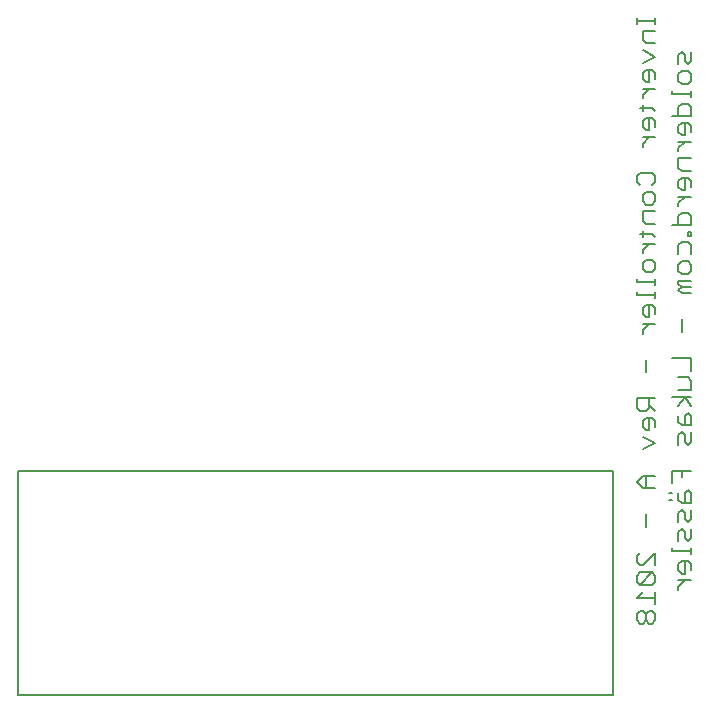
<source format=gbo>
G75*
%MOIN*%
%OFA0B0*%
%FSLAX25Y25*%
%IPPOS*%
%LPD*%
%AMOC8*
5,1,8,0,0,1.08239X$1,22.5*
%
%ADD10C,0.00800*%
%ADD11C,0.00600*%
D10*
X0368170Y0131195D02*
X0369205Y0130161D01*
X0370239Y0130161D01*
X0371273Y0131195D01*
X0371273Y0133264D01*
X0370239Y0134298D01*
X0369205Y0134298D01*
X0368170Y0133264D01*
X0368170Y0131195D01*
X0371273Y0131195D02*
X0372307Y0130161D01*
X0373341Y0130161D01*
X0374376Y0131195D01*
X0374376Y0133264D01*
X0373341Y0134298D01*
X0372307Y0134298D01*
X0371273Y0133264D01*
X0374376Y0136606D02*
X0374376Y0140743D01*
X0374376Y0138675D02*
X0368170Y0138675D01*
X0370239Y0140743D01*
X0369205Y0143052D02*
X0373341Y0147189D01*
X0374376Y0146155D01*
X0374376Y0144086D01*
X0373341Y0143052D01*
X0369205Y0143052D01*
X0368170Y0144086D01*
X0368170Y0146155D01*
X0369205Y0147189D01*
X0373341Y0147189D01*
X0374376Y0149497D02*
X0374376Y0153634D01*
X0370239Y0149497D01*
X0369205Y0149497D01*
X0368170Y0150532D01*
X0368170Y0152600D01*
X0369205Y0153634D01*
X0371273Y0162388D02*
X0371273Y0166525D01*
X0371273Y0175279D02*
X0371273Y0179416D01*
X0370239Y0179416D02*
X0368170Y0177348D01*
X0370239Y0175279D01*
X0374376Y0175279D01*
X0374376Y0179416D02*
X0370239Y0179416D01*
X0370239Y0188170D02*
X0374376Y0190239D01*
X0370239Y0192307D01*
X0371273Y0194616D02*
X0372307Y0194616D01*
X0372307Y0198753D01*
X0371273Y0198753D02*
X0370239Y0197719D01*
X0370239Y0195650D01*
X0371273Y0194616D01*
X0374376Y0195650D02*
X0374376Y0197719D01*
X0373341Y0198753D01*
X0371273Y0198753D01*
X0371273Y0201061D02*
X0372307Y0202096D01*
X0372307Y0205198D01*
X0372307Y0203130D02*
X0374376Y0201061D01*
X0371273Y0201061D02*
X0369205Y0201061D01*
X0368170Y0202096D01*
X0368170Y0205198D01*
X0374376Y0205198D01*
X0379981Y0205735D02*
X0386187Y0205735D01*
X0384118Y0205735D02*
X0382050Y0202633D01*
X0382050Y0199330D02*
X0382050Y0197261D01*
X0383084Y0196227D01*
X0386187Y0196227D01*
X0386187Y0199330D01*
X0385152Y0200364D01*
X0384118Y0199330D01*
X0384118Y0196227D01*
X0383084Y0193919D02*
X0382050Y0192884D01*
X0382050Y0189782D01*
X0384118Y0190816D02*
X0384118Y0192884D01*
X0383084Y0193919D01*
X0386187Y0193919D02*
X0386187Y0190816D01*
X0385152Y0189782D01*
X0384118Y0190816D01*
X0383084Y0181028D02*
X0383084Y0178959D01*
X0379981Y0176891D02*
X0379981Y0181028D01*
X0386187Y0181028D01*
X0385152Y0174582D02*
X0384118Y0173548D01*
X0384118Y0170445D01*
X0383084Y0170445D02*
X0386187Y0170445D01*
X0386187Y0173548D01*
X0385152Y0174582D01*
X0382050Y0173548D02*
X0382050Y0171479D01*
X0383084Y0170445D01*
X0383084Y0168137D02*
X0382050Y0167102D01*
X0382050Y0164000D01*
X0384118Y0165034D02*
X0384118Y0167102D01*
X0383084Y0168137D01*
X0386187Y0168137D02*
X0386187Y0165034D01*
X0385152Y0164000D01*
X0384118Y0165034D01*
X0383084Y0161691D02*
X0382050Y0160657D01*
X0382050Y0157554D01*
X0384118Y0158588D02*
X0384118Y0160657D01*
X0383084Y0161691D01*
X0386187Y0161691D02*
X0386187Y0158588D01*
X0385152Y0157554D01*
X0384118Y0158588D01*
X0386187Y0155246D02*
X0386187Y0153177D01*
X0386187Y0154211D02*
X0379981Y0154211D01*
X0379981Y0155246D01*
X0383084Y0150949D02*
X0382050Y0149914D01*
X0382050Y0147846D01*
X0383084Y0146812D01*
X0384118Y0146812D01*
X0384118Y0150949D01*
X0385152Y0150949D02*
X0383084Y0150949D01*
X0385152Y0150949D02*
X0386187Y0149914D01*
X0386187Y0147846D01*
X0386187Y0144503D02*
X0382050Y0144503D01*
X0384118Y0144503D02*
X0382050Y0142435D01*
X0382050Y0141400D01*
X0379981Y0171479D02*
X0378947Y0171479D01*
X0378947Y0173548D02*
X0379981Y0173548D01*
X0386187Y0202633D02*
X0384118Y0205735D01*
X0382050Y0208044D02*
X0386187Y0208044D01*
X0386187Y0211147D01*
X0385152Y0212181D01*
X0382050Y0212181D01*
X0386187Y0214489D02*
X0386187Y0218626D01*
X0379981Y0218626D01*
X0371273Y0218089D02*
X0371273Y0213952D01*
X0370239Y0226803D02*
X0370239Y0227838D01*
X0372307Y0229906D01*
X0370239Y0229906D02*
X0374376Y0229906D01*
X0372307Y0232215D02*
X0372307Y0236351D01*
X0371273Y0236351D02*
X0370239Y0235317D01*
X0370239Y0233249D01*
X0371273Y0232215D01*
X0372307Y0232215D01*
X0374376Y0233249D02*
X0374376Y0235317D01*
X0373341Y0236351D01*
X0371273Y0236351D01*
X0374376Y0238580D02*
X0374376Y0240648D01*
X0374376Y0239614D02*
X0368170Y0239614D01*
X0368170Y0240648D01*
X0368170Y0243911D02*
X0374376Y0243911D01*
X0374376Y0244945D02*
X0374376Y0242877D01*
X0373341Y0247254D02*
X0371273Y0247254D01*
X0370239Y0248288D01*
X0370239Y0250357D01*
X0371273Y0251391D01*
X0373341Y0251391D01*
X0374376Y0250357D01*
X0374376Y0248288D01*
X0373341Y0247254D01*
X0368170Y0244945D02*
X0368170Y0243911D01*
X0370239Y0253660D02*
X0370239Y0254694D01*
X0372307Y0256762D01*
X0370239Y0256762D02*
X0374376Y0256762D01*
X0374376Y0258991D02*
X0373341Y0260025D01*
X0369205Y0260025D01*
X0370239Y0261059D02*
X0370239Y0258991D01*
X0371273Y0263368D02*
X0374376Y0263368D01*
X0371273Y0263368D02*
X0370239Y0264402D01*
X0370239Y0267505D01*
X0374376Y0267505D01*
X0373341Y0269813D02*
X0371273Y0269813D01*
X0370239Y0270848D01*
X0370239Y0272916D01*
X0371273Y0273950D01*
X0373341Y0273950D01*
X0374376Y0272916D01*
X0374376Y0270848D01*
X0373341Y0269813D01*
X0379981Y0262831D02*
X0386187Y0262831D01*
X0386187Y0265933D01*
X0385152Y0266968D01*
X0383084Y0266968D01*
X0382050Y0265933D01*
X0382050Y0262831D01*
X0385152Y0260522D02*
X0385152Y0259488D01*
X0386187Y0259488D01*
X0386187Y0260522D01*
X0385152Y0260522D01*
X0385152Y0257299D02*
X0383084Y0257299D01*
X0382050Y0256265D01*
X0382050Y0253162D01*
X0383084Y0250854D02*
X0385152Y0250854D01*
X0386187Y0249820D01*
X0386187Y0247751D01*
X0385152Y0246717D01*
X0383084Y0246717D01*
X0382050Y0247751D01*
X0382050Y0249820D01*
X0383084Y0250854D01*
X0386187Y0253162D02*
X0386187Y0256265D01*
X0385152Y0257299D01*
X0382050Y0269236D02*
X0382050Y0270270D01*
X0384118Y0272339D01*
X0382050Y0272339D02*
X0386187Y0272339D01*
X0384118Y0274647D02*
X0384118Y0278784D01*
X0383084Y0278784D02*
X0382050Y0277750D01*
X0382050Y0275682D01*
X0383084Y0274647D01*
X0384118Y0274647D01*
X0386187Y0275682D02*
X0386187Y0277750D01*
X0385152Y0278784D01*
X0383084Y0278784D01*
X0383084Y0281093D02*
X0386187Y0281093D01*
X0383084Y0281093D02*
X0382050Y0282127D01*
X0382050Y0285230D01*
X0386187Y0285230D01*
X0382050Y0287498D02*
X0382050Y0288533D01*
X0384118Y0290601D01*
X0382050Y0290601D02*
X0386187Y0290601D01*
X0384118Y0292910D02*
X0384118Y0297047D01*
X0383084Y0297047D02*
X0382050Y0296012D01*
X0382050Y0293944D01*
X0383084Y0292910D01*
X0384118Y0292910D01*
X0386187Y0293944D02*
X0386187Y0296012D01*
X0385152Y0297047D01*
X0383084Y0297047D01*
X0382050Y0299355D02*
X0382050Y0302458D01*
X0383084Y0303492D01*
X0385152Y0303492D01*
X0386187Y0302458D01*
X0386187Y0299355D01*
X0379981Y0299355D01*
X0374376Y0300886D02*
X0373341Y0301921D01*
X0369205Y0301921D01*
X0370239Y0302955D02*
X0370239Y0300886D01*
X0371273Y0298658D02*
X0370239Y0297624D01*
X0370239Y0295555D01*
X0371273Y0294521D01*
X0372307Y0294521D01*
X0372307Y0298658D01*
X0373341Y0298658D02*
X0371273Y0298658D01*
X0373341Y0298658D02*
X0374376Y0297624D01*
X0374376Y0295555D01*
X0374376Y0292212D02*
X0370239Y0292212D01*
X0370239Y0290144D02*
X0370239Y0289110D01*
X0370239Y0290144D02*
X0372307Y0292212D01*
X0373341Y0280396D02*
X0369205Y0280396D01*
X0368170Y0279361D01*
X0368170Y0277293D01*
X0369205Y0276259D01*
X0373341Y0276259D02*
X0374376Y0277293D01*
X0374376Y0279361D01*
X0373341Y0280396D01*
X0370239Y0305224D02*
X0370239Y0306258D01*
X0372307Y0308326D01*
X0370239Y0308326D02*
X0374376Y0308326D01*
X0372307Y0310635D02*
X0372307Y0314772D01*
X0371273Y0314772D02*
X0370239Y0313737D01*
X0370239Y0311669D01*
X0371273Y0310635D01*
X0372307Y0310635D01*
X0374376Y0311669D02*
X0374376Y0313737D01*
X0373341Y0314772D01*
X0371273Y0314772D01*
X0370239Y0317080D02*
X0374376Y0319149D01*
X0370239Y0321217D01*
X0371273Y0323526D02*
X0374376Y0323526D01*
X0371273Y0323526D02*
X0370239Y0324560D01*
X0370239Y0327663D01*
X0374376Y0327663D01*
X0374376Y0329891D02*
X0374376Y0331960D01*
X0374376Y0330925D02*
X0368170Y0330925D01*
X0368170Y0329891D02*
X0368170Y0331960D01*
X0382050Y0319646D02*
X0382050Y0316543D01*
X0384118Y0317577D02*
X0384118Y0319646D01*
X0383084Y0320680D01*
X0382050Y0319646D01*
X0384118Y0317577D02*
X0385152Y0316543D01*
X0386187Y0317577D01*
X0386187Y0320680D01*
X0385152Y0314235D02*
X0383084Y0314235D01*
X0382050Y0313200D01*
X0382050Y0311132D01*
X0383084Y0310098D01*
X0385152Y0310098D01*
X0386187Y0311132D01*
X0386187Y0313200D01*
X0385152Y0314235D01*
X0386187Y0307789D02*
X0386187Y0305721D01*
X0386187Y0306755D02*
X0379981Y0306755D01*
X0379981Y0307789D01*
X0382050Y0244408D02*
X0382050Y0243374D01*
X0383084Y0242340D01*
X0382050Y0241306D01*
X0383084Y0240271D01*
X0386187Y0240271D01*
X0386187Y0242340D02*
X0383084Y0242340D01*
X0382050Y0244408D02*
X0386187Y0244408D01*
X0383084Y0231517D02*
X0383084Y0227380D01*
D11*
X0161827Y0181093D02*
X0161827Y0106290D01*
X0360252Y0106290D01*
X0360252Y0181093D01*
X0161827Y0181093D01*
M02*

</source>
